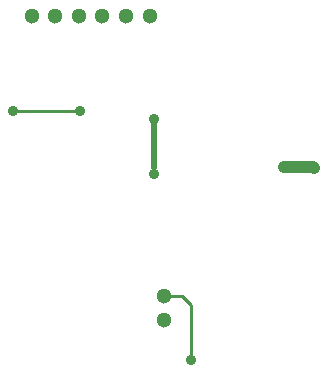
<source format=gbl>
%TF.GenerationSoftware,KiCad,Pcbnew,5.99.0-unknown-r19092-42a2f134*%
%TF.CreationDate,2020-07-22T08:57:51-04:00*%
%TF.ProjectId,rfid,72666964-2e6b-4696-9361-645f70636258,rev?*%
%TF.SameCoordinates,Original*%
%TF.FileFunction,Copper,L2,Bot*%
%TF.FilePolarity,Positive*%
%FSLAX45Y45*%
G04 Gerber Fmt 4.5, Leading zero omitted, Abs format (unit mm)*
G04 Created by KiCad (PCBNEW 5.99.0-unknown-r19092-42a2f134) date 2020-07-22 08:57:51*
%MOMM*%
%LPD*%
G01*
G04 APERTURE LIST*
%TA.AperFunction,ComponentPad*%
%ADD10C,1.300000*%
%TD*%
%TA.AperFunction,ViaPad*%
%ADD11C,0.900000*%
%TD*%
%TA.AperFunction,Conductor*%
%ADD12C,0.250000*%
%TD*%
%TA.AperFunction,Conductor*%
%ADD13C,0.500000*%
%TD*%
%TA.AperFunction,Conductor*%
%ADD14C,1.000000*%
%TD*%
G04 APERTURE END LIST*
D10*
%TO.P,P1,1*%
%TO.N,GND*%
X17130000Y-9710000D03*
%TO.P,P1,2*%
%TO.N,3V3*%
X17130000Y-9910000D03*
%TD*%
%TO.P,P2,3*%
%TO.N,Net-(P2-Pad3)*%
X16410000Y-7340000D03*
%TO.P,P2,2*%
%TO.N,Net-(P2-Pad2)*%
X16210000Y-7340000D03*
%TO.P,P2,1*%
%TO.N,Net-(P2-Pad1)*%
X16010000Y-7340000D03*
%TO.P,P2,4*%
%TO.N,Net-(P2-Pad4)*%
X16610000Y-7340000D03*
%TO.P,P2,5*%
%TO.N,Net-(P2-Pad5)*%
X16810000Y-7340000D03*
%TO.P,P2,6*%
%TO.N,Net-(P2-Pad6)*%
X17010000Y-7340000D03*
%TD*%
D11*
%TO.N,GND*%
X17360000Y-10250000D03*
%TO.N,Net-(C12-Pad1)*%
X18400000Y-8630000D03*
X18150000Y-8620000D03*
%TO.N,Net-(C11-Pad2)*%
X17050000Y-8680000D03*
X17050000Y-8210000D03*
%TO.N,3V3*%
X16420000Y-8140000D03*
X15853800Y-8146200D03*
%TD*%
D12*
%TO.N,GND*%
X17360000Y-10250000D02*
X17360000Y-9790000D01*
X17360000Y-9790000D02*
X17280000Y-9710000D01*
X17280000Y-9710000D02*
X17130000Y-9710000D01*
%TO.N,Net-(C11-Pad2)*%
X17050000Y-8680000D02*
X17050000Y-8630000D01*
%TO.N,3V3*%
X16413800Y-8146200D02*
X16420000Y-8140000D01*
X15853800Y-8146200D02*
X16413800Y-8146200D01*
D13*
%TO.N,Net-(C11-Pad2)*%
X17050000Y-8630000D02*
X17050000Y-8210000D01*
D14*
%TO.N,Net-(C12-Pad1)*%
X18400000Y-8625000D02*
X18395000Y-8620000D01*
X18395000Y-8620000D02*
X18150000Y-8620000D01*
%TD*%
M02*

</source>
